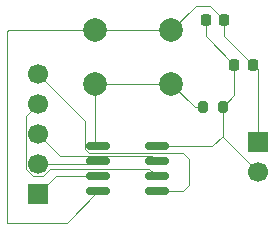
<source format=gbr>
%TF.GenerationSoftware,KiCad,Pcbnew,9.0.3*%
%TF.CreationDate,2025-11-22T12:31:01+05:30*%
%TF.ProjectId,multilayer trial,6d756c74-696c-4617-9965-722074726961,rev?*%
%TF.SameCoordinates,Original*%
%TF.FileFunction,Copper,L1,Top*%
%TF.FilePolarity,Positive*%
%FSLAX46Y46*%
G04 Gerber Fmt 4.6, Leading zero omitted, Abs format (unit mm)*
G04 Created by KiCad (PCBNEW 9.0.3) date 2025-11-22 12:31:01*
%MOMM*%
%LPD*%
G01*
G04 APERTURE LIST*
G04 Aperture macros list*
%AMRoundRect*
0 Rectangle with rounded corners*
0 $1 Rounding radius*
0 $2 $3 $4 $5 $6 $7 $8 $9 X,Y pos of 4 corners*
0 Add a 4 corners polygon primitive as box body*
4,1,4,$2,$3,$4,$5,$6,$7,$8,$9,$2,$3,0*
0 Add four circle primitives for the rounded corners*
1,1,$1+$1,$2,$3*
1,1,$1+$1,$4,$5*
1,1,$1+$1,$6,$7*
1,1,$1+$1,$8,$9*
0 Add four rect primitives between the rounded corners*
20,1,$1+$1,$2,$3,$4,$5,0*
20,1,$1+$1,$4,$5,$6,$7,0*
20,1,$1+$1,$6,$7,$8,$9,0*
20,1,$1+$1,$8,$9,$2,$3,0*%
G04 Aperture macros list end*
%TA.AperFunction,SMDPad,CuDef*%
%ADD10RoundRect,0.225000X-0.225000X-0.250000X0.225000X-0.250000X0.225000X0.250000X-0.225000X0.250000X0*%
%TD*%
%TA.AperFunction,ComponentPad*%
%ADD11C,2.000000*%
%TD*%
%TA.AperFunction,ComponentPad*%
%ADD12R,1.700000X1.700000*%
%TD*%
%TA.AperFunction,ComponentPad*%
%ADD13C,1.700000*%
%TD*%
%TA.AperFunction,SMDPad,CuDef*%
%ADD14RoundRect,0.200000X0.200000X0.275000X-0.200000X0.275000X-0.200000X-0.275000X0.200000X-0.275000X0*%
%TD*%
%TA.AperFunction,SMDPad,CuDef*%
%ADD15RoundRect,0.150000X-0.825000X-0.150000X0.825000X-0.150000X0.825000X0.150000X-0.825000X0.150000X0*%
%TD*%
%TA.AperFunction,Conductor*%
%ADD16C,0.100000*%
%TD*%
G04 APERTURE END LIST*
D10*
%TO.P,C2,1*%
%TO.N,5VD*%
X124850000Y-85800000D03*
%TO.P,C2,2*%
%TO.N,GNDD*%
X126400000Y-85800000D03*
%TD*%
D11*
%TO.P,SW1,1,1*%
%TO.N,GNDD*%
X113000000Y-82900000D03*
X119500000Y-82900000D03*
%TO.P,SW1,2,2*%
%TO.N,Net-(U1-~{RESET}{slash}PB5)*%
X113000000Y-87400000D03*
X119500000Y-87400000D03*
%TD*%
D12*
%TO.P,J2,1,Pin_1*%
%TO.N,Net-(J2-Pin_1)*%
X108200000Y-96740000D03*
D13*
%TO.P,J2,2,Pin_2*%
%TO.N,Net-(J2-Pin_2)*%
X108200000Y-94200000D03*
%TO.P,J2,3,Pin_3*%
%TO.N,Net-(J2-Pin_3)*%
X108200000Y-91660000D03*
%TO.P,J2,4,Pin_4*%
%TO.N,Net-(J2-Pin_4)*%
X108200000Y-89120000D03*
%TO.P,J2,5,Pin_5*%
%TO.N,Net-(J2-Pin_5)*%
X108200000Y-86580000D03*
%TD*%
D10*
%TO.P,C1,1*%
%TO.N,5VD*%
X122450000Y-82000000D03*
%TO.P,C1,2*%
%TO.N,GNDD*%
X124000000Y-82000000D03*
%TD*%
D14*
%TO.P,R1,1*%
%TO.N,5VD*%
X123850000Y-89400000D03*
%TO.P,R1,2*%
%TO.N,Net-(U1-~{RESET}{slash}PB5)*%
X122200000Y-89400000D03*
%TD*%
D15*
%TO.P,U1,1,~{RESET}/PB5*%
%TO.N,Net-(U1-~{RESET}{slash}PB5)*%
X113325000Y-92695000D03*
%TO.P,U1,2,XTAL1/PB3*%
%TO.N,Net-(J2-Pin_2)*%
X113325000Y-93965000D03*
%TO.P,U1,3,XTAL2/PB4*%
%TO.N,Net-(J2-Pin_1)*%
X113325000Y-95235000D03*
%TO.P,U1,4,GND*%
%TO.N,GNDD*%
X113325000Y-96505000D03*
%TO.P,U1,5,AREF/PB0*%
%TO.N,Net-(J2-Pin_5)*%
X118275000Y-96505000D03*
%TO.P,U1,6,PB1*%
%TO.N,Net-(J2-Pin_4)*%
X118275000Y-95235000D03*
%TO.P,U1,7,PB2*%
%TO.N,Net-(J2-Pin_3)*%
X118275000Y-93965000D03*
%TO.P,U1,8,VCC*%
%TO.N,5VD*%
X118275000Y-92695000D03*
%TD*%
D12*
%TO.P,J1,1,Pin_1*%
%TO.N,GNDD*%
X126800000Y-92325000D03*
D13*
%TO.P,J1,2,Pin_2*%
%TO.N,5VD*%
X126800000Y-94865000D03*
%TD*%
D16*
%TO.N,5VD*%
X124850000Y-88400000D02*
X123850000Y-89400000D01*
X122955000Y-92695000D02*
X123850000Y-91800000D01*
X123850000Y-89400000D02*
X123850000Y-91800000D01*
X123850000Y-91915000D02*
X126800000Y-94865000D01*
X123850000Y-91800000D02*
X123850000Y-91915000D01*
X122450000Y-82000000D02*
X122450000Y-83400000D01*
X122450000Y-83400000D02*
X124850000Y-85800000D01*
X124850000Y-85800000D02*
X124850000Y-88400000D01*
X118275000Y-92695000D02*
X122955000Y-92695000D01*
%TO.N,Net-(U1-~{RESET}{slash}PB5)*%
X113000000Y-87400000D02*
X119500000Y-87400000D01*
X121500000Y-89400000D02*
X122200000Y-89400000D01*
X113000000Y-92370000D02*
X113325000Y-92695000D01*
X113000000Y-87400000D02*
X113000000Y-92370000D01*
X119500000Y-87400000D02*
X121500000Y-89400000D01*
%TO.N,Net-(J2-Pin_3)*%
X108200000Y-91660000D02*
X110054000Y-93514000D01*
X110054000Y-93514000D02*
X117824000Y-93514000D01*
X117824000Y-93514000D02*
X118275000Y-93965000D01*
%TO.N,Net-(J2-Pin_5)*%
X121000000Y-93800000D02*
X121000000Y-96000000D01*
X121000000Y-96000000D02*
X120495000Y-96505000D01*
X112538164Y-93313000D02*
X120513000Y-93313000D01*
X120513000Y-93313000D02*
X121000000Y-93800000D01*
X120495000Y-96505000D02*
X118275000Y-96505000D01*
X108200000Y-86580000D02*
X112199000Y-90579000D01*
X112199000Y-90579000D02*
X112199000Y-92973836D01*
X112199000Y-92973836D02*
X112538164Y-93313000D01*
%TO.N,Net-(J2-Pin_2)*%
X113090000Y-94200000D02*
X113325000Y-93965000D01*
X108200000Y-94200000D02*
X113090000Y-94200000D01*
%TO.N,Net-(J2-Pin_4)*%
X108200000Y-89120000D02*
X107199000Y-90121000D01*
X117640000Y-94600000D02*
X118275000Y-95235000D01*
X107199000Y-94614628D02*
X107785372Y-95201000D01*
X107785372Y-95201000D02*
X108614628Y-95201000D01*
X109215628Y-94600000D02*
X117640000Y-94600000D01*
X107199000Y-90121000D02*
X107199000Y-94614628D01*
X108614628Y-95201000D02*
X109215628Y-94600000D01*
%TO.N,Net-(J2-Pin_1)*%
X108200000Y-96740000D02*
X109705000Y-95235000D01*
X109705000Y-95235000D02*
X113325000Y-95235000D01*
%TO.N,GNDD*%
X110630000Y-99200000D02*
X113325000Y-96505000D01*
X121600000Y-80800000D02*
X122800000Y-80800000D01*
X122800000Y-80800000D02*
X124000000Y-82000000D01*
X105600000Y-83000000D02*
X105600000Y-99200000D01*
X124000000Y-82000000D02*
X124000000Y-83400000D01*
X105600000Y-99200000D02*
X110630000Y-99200000D01*
X119500000Y-82900000D02*
X113000000Y-82900000D01*
X126800000Y-86200000D02*
X126400000Y-85800000D01*
X126800000Y-92325000D02*
X126800000Y-86200000D01*
X105700000Y-82900000D02*
X105600000Y-83000000D01*
X113000000Y-82900000D02*
X105700000Y-82900000D01*
X119500000Y-82900000D02*
X121600000Y-80800000D01*
X124000000Y-83400000D02*
X126400000Y-85800000D01*
%TD*%
M02*

</source>
